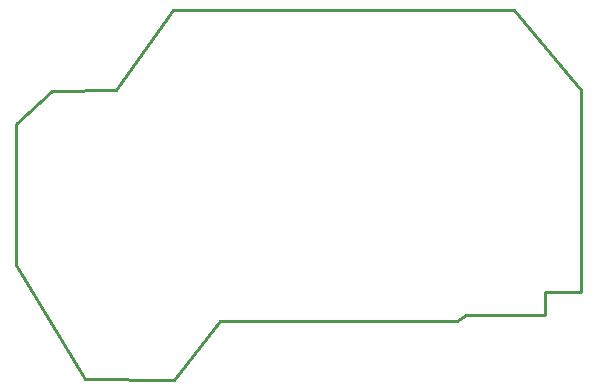
<source format=gko>
G04 Layer: BoardOutlineLayer*
G04 EasyEDA Pro v1.9.30.011b94, 2023-06-19 18:55:00*
G04 Gerber Generator version 0.3*
G04 Scale: 100 percent, Rotated: No, Reflected: No*
G04 Dimensions in millimeters*
G04 Leading zeros omitted, absolute positions, 3 integers and 3 decimals*
%FSLAX33Y33*%
%MOMM*%
%ADD10C,0.254*%
G75*


G04 PolygonModel Start*
G54D10*
G01X90551Y79629D02*
G01X85725Y72898D01*
G01X80264Y72771D01*
G01X77216Y69977D01*
G01X94473Y53340D02*
G01X90607Y48324D01*
G01X77216Y58103D02*
G01X77216Y69977D01*
G01X83058Y48387D02*
G01X90523Y48324D01*
G01X77216Y58039D02*
G01X83058Y48387D01*
G01X90678Y79629D02*
G01X90551Y79629D01*
G01X90551Y79629D02*
G01X119380Y79629D01*
G01X119380Y79629D02*
G01X125095Y72898D01*
G01X125095Y72898D02*
G01X125095Y55753D01*
G01X125095Y55753D02*
G01X122047Y55753D01*
G01X122047Y55753D02*
G01X122047Y53848D01*
G01X122047Y53848D02*
G01X115316Y53848D01*
G01X115316Y53848D02*
G01X114554Y53340D01*
G01X114554Y53340D02*
G01X94473Y53340D01*
G01X94473Y53340D02*
G01X90607Y48324D01*
G04 PolygonModel End*

M02*

</source>
